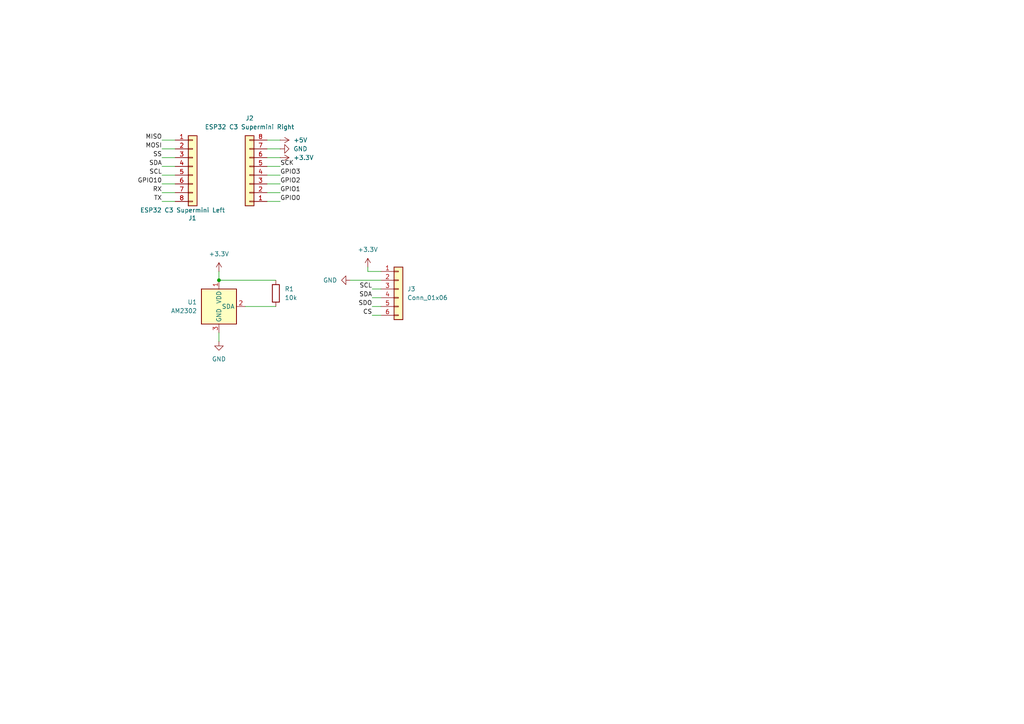
<source format=kicad_sch>
(kicad_sch (version 20231120) (generator "eeschema") (generator_version "8.0")
  (paper "A4")
  (lib_symbols
    (symbol "Connector_Generic:Conn_01x06" (pin_names (offset 1.016) hide)
      (property "Reference" "J" (at 0 7.62 0))
      (property "Value" "Conn_01x06" (at 0 -10.16 0))
      (symbol "Conn_01x06_1_1"
        (rectangle (start -1.27 -7.493) (end 0 -7.747) (stroke (width 0.1524)))
        (rectangle (start -1.27 -4.953) (end 0 -5.207) (stroke (width 0.1524)))
        (rectangle (start -1.27 -2.413) (end 0 -2.667) (stroke (width 0.1524)))
        (rectangle (start -1.27 0.127) (end 0 -0.127) (stroke (width 0.1524)))
        (rectangle (start -1.27 2.667) (end 0 2.413) (stroke (width 0.1524)))
        (rectangle (start -1.27 5.207) (end 0 4.953) (stroke (width 0.1524)))
        (rectangle (start -1.27 6.35) (end 1.27 -8.89) (stroke (width 0.254)) (fill (type background)))
        (pin passive line (at -5.08 5.08 0) (length 3.81) (name "Pin_1") (number "1"))
        (pin passive line (at -5.08 2.54 0) (length 3.81) (name "Pin_2") (number "2"))
        (pin passive line (at -5.08 0 0) (length 3.81) (name "Pin_3") (number "3"))
        (pin passive line (at -5.08 -2.54 0) (length 3.81) (name "Pin_4") (number "4"))
        (pin passive line (at -5.08 -5.08 0) (length 3.81) (name "Pin_5") (number "5"))
        (pin passive line (at -5.08 -7.62 0) (length 3.81) (name "Pin_6") (number "6"))
      )
    )
    (symbol "Connector_Generic:Conn_01x08" (pin_names (offset 1.016) hide)
      (property "Reference" "J" (at 0 10.16 0))
      (property "Value" "Conn_01x08" (at 0 -12.7 0))
      (symbol "Conn_01x08_1_1"
        (rectangle (start -1.27 -10.033) (end 0 -10.287) (stroke (width 0.1524)))
        (rectangle (start -1.27 -7.493) (end 0 -7.747) (stroke (width 0.1524)))
        (rectangle (start -1.27 -4.953) (end 0 -5.207) (stroke (width 0.1524)))
        (rectangle (start -1.27 -2.413) (end 0 -2.667) (stroke (width 0.1524)))
        (rectangle (start -1.27 0.127) (end 0 -0.127) (stroke (width 0.1524)))
        (rectangle (start -1.27 2.667) (end 0 2.413) (stroke (width 0.1524)))
        (rectangle (start -1.27 5.207) (end 0 4.953) (stroke (width 0.1524)))
        (rectangle (start -1.27 7.747) (end 0 7.493) (stroke (width 0.1524)))
        (rectangle (start -1.27 8.89) (end 1.27 -11.43) (stroke (width 0.254)) (fill (type background)))
        (pin passive line (at -5.08 7.62 0) (length 3.81) (name "Pin_1") (number "1"))
        (pin passive line (at -5.08 5.08 0) (length 3.81) (name "Pin_2") (number "2"))
        (pin passive line (at -5.08 2.54 0) (length 3.81) (name "Pin_3") (number "3"))
        (pin passive line (at -5.08 0 0) (length 3.81) (name "Pin_4") (number "4"))
        (pin passive line (at -5.08 -2.54 0) (length 3.81) (name "Pin_5") (number "5"))
        (pin passive line (at -5.08 -5.08 0) (length 3.81) (name "Pin_6") (number "6"))
        (pin passive line (at -5.08 -7.62 0) (length 3.81) (name "Pin_7") (number "7"))
        (pin passive line (at -5.08 -10.16 0) (length 3.81) (name "Pin_8") (number "8"))
      )
    )
    (symbol "Device:R" (pin_numbers hide) (pin_names (offset 0))
      (property "Reference" "R" (at 2.032 0 90))
      (property "Value" "R" (at 0 0 90))
      (symbol "R_0_1"
        (rectangle (start -1.016 -2.54) (end 1.016 2.54) (stroke (width 0.254)))
      )
      (symbol "R_1_1"
        (pin passive line (at 0 3.81 270) (length 1.27) (name "~") (number "1"))
        (pin passive line (at 0 -3.81 90) (length 1.27) (name "~") (number "2"))
      )
    )
    (symbol "Sensor:AM2302"
      (property "Reference" "U" (at -3.81 6.35 0))
      (property "Value" "AM2302" (at 3.81 6.35 0))
      (symbol "AM2302_0_1"
        (rectangle (start -5.08 5.08) (end 5.08 -5.08) (stroke (width 0.254)) (fill (type background)))
      )
      (symbol "AM2302_1_1"
        (pin power_in line (at 0 7.62 270) (length 2.54) (name "VDD") (number "1"))
        (pin bidirectional line (at 7.62 0 180) (length 2.54) (name "SDA") (number "2"))
        (pin power_in line (at 0 -7.62 90) (length 2.54) (name "GND") (number "3"))
        (pin passive line (at 0 -7.62 90) (length 2.54) hide (name "GND") (number "4"))
      )
    )
    (symbol "power:+3.3V" (power) (pin_numbers hide) (pin_names (offset 0) hide)
      (property "Value" "+3.3V" (at 0 3.556 0))
      (symbol "+3.3V_0_1"
        (polyline (pts (xy -0.762 1.27) (xy 0 2.54)))
        (polyline (pts (xy 0 0) (xy 0 2.54)))
        (polyline (pts (xy 0 2.54) (xy 0.762 1.27)))
      )
      (symbol "+3.3V_1_1"
        (pin power_in line (at 0 0 90) (length 0) (name "~") (number "1"))
      )
    )
    (symbol "power:+5V" (power) (pin_numbers hide) (pin_names (offset 0) hide)
      (property "Value" "+5V" (at 0 3.556 0))
      (symbol "+5V_0_1"
        (polyline (pts (xy -0.762 1.27) (xy 0 2.54)))
        (polyline (pts (xy 0 0) (xy 0 2.54)))
        (polyline (pts (xy 0 2.54) (xy 0.762 1.27)))
      )
      (symbol "+5V_1_1"
        (pin power_in line (at 0 0 90) (length 0) (name "~") (number "1"))
      )
    )
    (symbol "power:GND" (power) (pin_numbers hide) (pin_names (offset 0) hide)
      (property "Value" "GND" (at 0 -3.81 0))
      (symbol "GND_0_1"
        (polyline (pts (xy 0 0) (xy 0 -1.27) (xy 1.27 -1.27) (xy 0 -2.54) (xy -1.27 -1.27) (xy 0 -1.27)))
      )
      (symbol "GND_1_1"
        (pin power_in line (at 0 0 270) (length 0) (name "~") (number "1"))
      )
    )
  )
  (junction (at 63.5 81.28))
  (wire (pts (xy 63.5 78.74) (xy 63.5 81.28)))
  (wire (pts (xy 107.95 86.36) (xy 110.49 86.36)))
  (wire (pts (xy 77.47 58.42) (xy 81.28 58.42)))
  (wire (pts (xy 77.47 55.88) (xy 81.28 55.88)))
  (wire (pts (xy 107.95 83.82) (xy 110.49 83.82)))
  (wire (pts (xy 77.47 48.26) (xy 81.28 48.26)))
  (wire (pts (xy 63.5 96.52) (xy 63.5 99.06)))
  (wire (pts (xy 110.49 78.74) (xy 106.68 78.74)))
  (wire (pts (xy 77.47 53.34) (xy 81.28 53.34)))
  (wire (pts (xy 46.99 45.72) (xy 50.8 45.72)))
  (wire (pts (xy 77.47 50.8) (xy 81.28 50.8)))
  (wire (pts (xy 107.95 91.44) (xy 110.49 91.44)))
  (wire (pts (xy 77.47 45.72) (xy 81.28 45.72)))
  (wire (pts (xy 46.99 40.64) (xy 50.8 40.64)))
  (wire (pts (xy 77.47 40.64) (xy 81.28 40.64)))
  (wire (pts (xy 107.95 88.9) (xy 110.49 88.9)))
  (wire (pts (xy 71.12 88.9) (xy 80.01 88.9)))
  (wire (pts (xy 77.47 43.18) (xy 81.28 43.18)))
  (wire (pts (xy 46.99 50.8) (xy 50.8 50.8)))
  (wire (pts (xy 106.68 78.74) (xy 106.68 77.47)))
  (wire (pts (xy 63.5 81.28) (xy 80.01 81.28)))
  (wire (pts (xy 46.99 53.34) (xy 50.8 53.34)))
  (wire (pts (xy 46.99 58.42) (xy 50.8 58.42)))
  (wire (pts (xy 46.99 43.18) (xy 50.8 43.18)))
  (wire (pts (xy 46.99 48.26) (xy 50.8 48.26)))
  (wire (pts (xy 101.6 81.28) (xy 110.49 81.28)))
  (wire (pts (xy 46.99 55.88) (xy 50.8 55.88)))
  (label "SCK" (at 81.28 48.26 0))
  (label "GPIO2" (at 81.28 53.34 0))
  (label "SDA" (at 107.95 86.36 180))
  (label "SCL" (at 107.95 83.82 180))
  (label "SCL" (at 46.99 50.8 180))
  (label "SDO" (at 107.95 88.9 180))
  (label "CS" (at 107.95 91.44 180))
  (label "GPIO1" (at 81.28 55.88 0))
  (label "SS" (at 46.99 45.72 180))
  (label "GPIO3" (at 81.28 50.8 0))
  (label "SDA" (at 46.99 48.26 180))
  (label "RX" (at 46.99 55.88 180))
  (label "GPIO10" (at 46.99 53.34 180))
  (label "GPIO0" (at 81.28 58.42 0))
  (label "MISO" (at 46.99 40.64 180))
  (label "MOSI" (at 46.99 43.18 180))
  (label "TX" (at 46.99 58.42 180))
  (symbol (lib_id "power:GND") (at 81.28 43.18 90) (unit 1)
    (property "Reference" "#PWR01" (effects (hide yes)))
    (property "Value" "GND" (at 85.09 43.1799 90) (effects (justify right)))
    (property "Description" "Power symbol creates a global label with name \"GND\" , ground" (effects (hide yes)))
  )
  (symbol (lib_id "Sensor:AM2302") (at 63.5 88.9 0) (unit 1)
    (property "Reference" "U1" (at 57.15 87.6299 0) (effects (justify right)))
    (property "Value" "AM2302" (at 57.15 90.1699 0) (effects (justify right)))
    (property "Footprint" "Sensor:ASAIR_AM2302_P2.54mm_Vertical" (effects (hide yes)))
    (property "Datasheet" "http://akizukidenshi.com/download/ds/aosong/AM2302.pdf" (effects (hide yes)))
    (property "Description" "3.3 to 5.0V, Temperature and humidity module,  DHT22, AM2302" (effects (hide yes)))
  )
  (symbol (lib_id "Device:R") (at 80.01 85.09 0) (unit 1)
    (property "Reference" "R1" (at 82.55 83.8199 0) (effects (justify left)))
    (property "Value" "10k" (at 82.55 86.3599 0) (effects (justify left)))
    (property "Footprint" "Resistor_THT:R_Axial_DIN0207_L6.3mm_D2.5mm_P10.16mm_Horizontal" (effects (hide yes)))
    (property "Description" "Resistor" (effects (hide yes)))
  )
  (symbol (lib_id "Connector_Generic:Conn_01x08") (at 72.39 50.8 180) (unit 1)
    (property "Reference" "J2" (at 72.39 34.29 0))
    (property "Value" "ESP32 C3 Supermini Right" (at 72.39 36.83 0))
    (property "Footprint" "Connector_PinHeader_2.54mm:PinHeader_1x08_P2.54mm_Vertical" (effects (hide yes)))
    (property "Description" "Generic connector, single row, 01x08, script generated (kicad-library-utils/schlib/autogen/connector/)" (effects (hide yes)))
  )
  (symbol (lib_id "power:+5V") (at 81.28 40.64 270) (unit 1)
    (property "Reference" "#PWR03" (effects (hide yes)))
    (property "Value" "+5V" (at 85.09 40.6399 90) (effects (justify left)))
    (property "Description" "Power symbol creates a global label with name \"+5V\"" (effects (hide yes)))
  )
  (symbol (lib_id "power:GND") (at 101.6 81.28 270) (unit 1)
    (property "Reference" "#PWR07" (effects (hide yes)))
    (property "Value" "GND" (at 97.79 81.2799 90) (effects (justify right)))
    (property "Description" "Power symbol creates a global label with name \"GND\" , ground" (effects (hide yes)))
  )
  (symbol (lib_id "power:+3.3V") (at 81.28 45.72 270) (unit 1)
    (property "Reference" "#PWR02" (effects (hide yes)))
    (property "Value" "+3.3V" (at 85.09 45.7199 90) (effects (justify left)))
    (property "Description" "Power symbol creates a global label with name \"+3.3V\"" (effects (hide yes)))
  )
  (symbol (lib_id "power:+3.3V") (at 63.5 78.74 0) (unit 1)
    (property "Reference" "#PWR04" (effects (hide yes)))
    (property "Value" "+3.3V" (at 63.5 73.66 0))
    (property "Description" "Power symbol creates a global label with name \"+3.3V\"" (effects (hide yes)))
  )
  (symbol (lib_id "power:+3.3V") (at 106.68 77.47 0) (unit 1)
    (property "Reference" "#PWR06" (effects (hide yes)))
    (property "Value" "+3.3V" (at 106.68 72.39 0))
    (property "Description" "Power symbol creates a global label with name \"+3.3V\"" (effects (hide yes)))
  )
  (symbol (lib_id "power:GND") (at 63.5 99.06 0) (unit 1)
    (property "Reference" "#PWR05" (effects (hide yes)))
    (property "Value" "GND" (at 63.5 104.14 0))
    (property "Description" "Power symbol creates a global label with name \"GND\" , ground" (effects (hide yes)))
  )
  (symbol (lib_id "Connector_Generic:Conn_01x06") (at 115.57 83.82 0) (unit 1)
    (property "Reference" "J3" (at 118.11 83.8199 0) (effects (justify left)))
    (property "Value" "Conn_01x06" (at 118.11 86.3599 0) (effects (justify left)))
    (property "Footprint" "Connector_PinSocket_2.54mm:PinSocket_1x06_P2.54mm_Vertical" (effects (hide yes)))
    (property "Description" "Generic connector, single row, 01x06, script generated (kicad-library-utils/schlib/autogen/connector/)" (effects (hide yes)))
  )
  (symbol (lib_id "Connector_Generic:Conn_01x08") (at 55.88 48.26 0) (unit 1)
    (property "Reference" "J1" (at 54.61 63.246 0) (effects (justify left)))
    (property "Value" "ESP32 C3 Supermini Left" (at 40.64 60.96 0) (effects (justify left)))
    (property "Footprint" "Connector_PinHeader_2.54mm:PinHeader_1x08_P2.54mm_Vertical" (effects (hide yes)))
    (property "Description" "Generic connector, single row, 01x08, script generated (kicad-library-utils/schlib/autogen/connector/)" (effects (hide yes)))
  )
)
</source>
